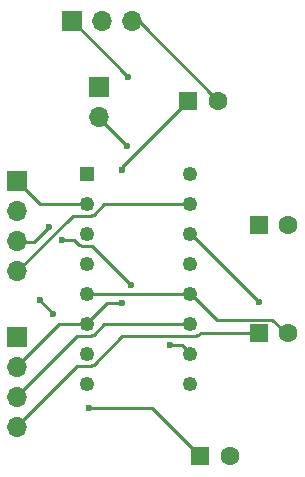
<source format=gbr>
G04 #@! TF.FileFunction,Copper,L2,Bot,Signal*
%FSLAX46Y46*%
G04 Gerber Fmt 4.6, Leading zero omitted, Abs format (unit mm)*
G04 Created by KiCad (PCBNEW 4.0.6) date 02/24/20 13:55:30*
%MOMM*%
%LPD*%
G01*
G04 APERTURE LIST*
%ADD10C,0.100000*%
%ADD11R,1.600000X1.600000*%
%ADD12C,1.600000*%
%ADD13R,1.700000X1.700000*%
%ADD14O,1.700000X1.700000*%
%ADD15R,1.250000X1.250000*%
%ADD16C,1.250000*%
%ADD17C,0.600000*%
%ADD18C,0.250000*%
G04 APERTURE END LIST*
D10*
D11*
X143637000Y-99314000D03*
D12*
X146137000Y-99314000D03*
D11*
X149606000Y-109855000D03*
D12*
X152106000Y-109855000D03*
D11*
X149606000Y-118999000D03*
D12*
X152106000Y-118999000D03*
D11*
X144653000Y-129413000D03*
D12*
X147153000Y-129413000D03*
D13*
X136067800Y-98120200D03*
D14*
X136067800Y-100660200D03*
D13*
X129184400Y-106146600D03*
D14*
X129184400Y-108686600D03*
X129184400Y-111226600D03*
X129184400Y-113766600D03*
D13*
X133807200Y-92557600D03*
D14*
X136347200Y-92557600D03*
X138887200Y-92557600D03*
D13*
X129184400Y-119303800D03*
D14*
X129184400Y-121843800D03*
X129184400Y-124383800D03*
X129184400Y-126923800D03*
D15*
X135046000Y-105537000D03*
D16*
X135046000Y-108077000D03*
X135046000Y-110617000D03*
X135046000Y-113157000D03*
X135046000Y-115697000D03*
X135046000Y-118237000D03*
X135046000Y-120777000D03*
X135046000Y-123317000D03*
X143846000Y-123317000D03*
X143846000Y-120777000D03*
X143846000Y-118237000D03*
X143846000Y-115697000D03*
X143846000Y-113157000D03*
X143846000Y-110617000D03*
X143846000Y-108077000D03*
X143846000Y-105537000D03*
D17*
X138049000Y-116459000D03*
X138049000Y-105156000D03*
X149606000Y-116332000D03*
X135255000Y-125349000D03*
X138430000Y-103124000D03*
X131064000Y-116205000D03*
X132207000Y-117348000D03*
X142113000Y-120015000D03*
X138811000Y-114935000D03*
X132969000Y-111125000D03*
X131826000Y-109982000D03*
X138557000Y-97282000D03*
D18*
X135046000Y-118237000D02*
X135001000Y-118237000D01*
X135001000Y-118237000D02*
X136779000Y-116459000D01*
X136779000Y-116459000D02*
X138049000Y-116459000D01*
X138049000Y-105156000D02*
X138049000Y-104902000D01*
X138049000Y-104902000D02*
X143637000Y-99314000D01*
X129184400Y-121843800D02*
X129159000Y-121793000D01*
X129159000Y-121793000D02*
X132715000Y-118237000D01*
X132715000Y-118237000D02*
X135046000Y-118237000D01*
X146137000Y-99314000D02*
X146177000Y-99314000D01*
X146177000Y-99314000D02*
X139446000Y-92583000D01*
X139446000Y-92583000D02*
X138938000Y-92583000D01*
X138938000Y-92583000D02*
X138887200Y-92557600D01*
X143846000Y-115697000D02*
X143891000Y-115697000D01*
X143891000Y-115697000D02*
X146050000Y-117856000D01*
X146050000Y-117856000D02*
X150749000Y-117856000D01*
X150749000Y-117856000D02*
X151892000Y-118999000D01*
X151892000Y-118999000D02*
X152106000Y-118999000D01*
X135046000Y-115697000D02*
X143846000Y-115697000D01*
X129184400Y-124383800D02*
X129159000Y-124333000D01*
X129159000Y-124333000D02*
X134239000Y-119253000D01*
X134239000Y-119253000D02*
X135382000Y-119253000D01*
X135382000Y-119253000D02*
X135509000Y-119126000D01*
X135509000Y-119126000D02*
X135636000Y-119126000D01*
X135636000Y-119126000D02*
X136525000Y-118237000D01*
X136525000Y-118237000D02*
X143846000Y-118237000D01*
X129184400Y-126923800D02*
X129159000Y-126873000D01*
X129159000Y-126873000D02*
X134239000Y-121793000D01*
X134239000Y-121793000D02*
X135382000Y-121793000D01*
X135382000Y-121793000D02*
X135509000Y-121666000D01*
X135509000Y-121666000D02*
X135636000Y-121666000D01*
X135636000Y-121666000D02*
X138049000Y-119253000D01*
X138049000Y-119253000D02*
X144272000Y-119253000D01*
X144272000Y-119253000D02*
X144399000Y-119126000D01*
X144399000Y-119126000D02*
X144526000Y-119126000D01*
X144526000Y-119126000D02*
X144653000Y-118999000D01*
X144653000Y-118999000D02*
X149606000Y-118999000D01*
X149606000Y-116332000D02*
X143891000Y-110617000D01*
X143891000Y-110617000D02*
X143846000Y-110617000D01*
X144653000Y-129413000D02*
X140589000Y-125349000D01*
X140589000Y-125349000D02*
X135255000Y-125349000D01*
X136067800Y-100660200D02*
X136144000Y-100838000D01*
X136144000Y-100838000D02*
X138430000Y-103124000D01*
X129184400Y-106146600D02*
X129286000Y-106299000D01*
X129286000Y-106299000D02*
X131064000Y-108077000D01*
X131064000Y-108077000D02*
X135046000Y-108077000D01*
X131064000Y-116205000D02*
X132207000Y-117348000D01*
X143846000Y-120777000D02*
X143891000Y-120777000D01*
X143891000Y-120777000D02*
X143129000Y-120015000D01*
X143129000Y-120015000D02*
X142113000Y-120015000D01*
X138811000Y-114935000D02*
X135509000Y-111633000D01*
X135509000Y-111633000D02*
X134620000Y-111633000D01*
X134620000Y-111633000D02*
X134493000Y-111506000D01*
X134493000Y-111506000D02*
X134366000Y-111506000D01*
X134366000Y-111506000D02*
X133985000Y-111125000D01*
X133985000Y-111125000D02*
X132969000Y-111125000D01*
X131826000Y-109982000D02*
X130556000Y-111252000D01*
X130556000Y-111252000D02*
X129159000Y-111252000D01*
X129159000Y-111252000D02*
X129184400Y-111226600D01*
X129184400Y-113766600D02*
X133858000Y-109093000D01*
X133858000Y-109093000D02*
X135382000Y-109093000D01*
X135382000Y-109093000D02*
X135509000Y-108966000D01*
X135509000Y-108966000D02*
X135636000Y-108966000D01*
X135636000Y-108966000D02*
X136525000Y-108077000D01*
X136525000Y-108077000D02*
X143846000Y-108077000D01*
X138557000Y-97282000D02*
X133858000Y-92583000D01*
X133858000Y-92583000D02*
X133807200Y-92557600D01*
M02*

</source>
